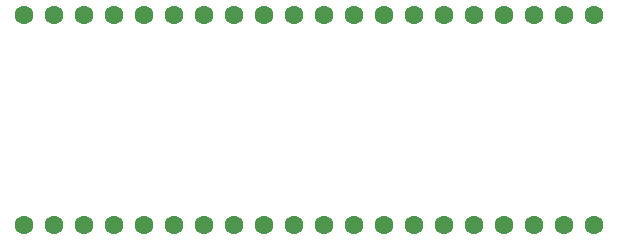
<source format=gbr>
%TF.GenerationSoftware,KiCad,Pcbnew,7.0.8*%
%TF.CreationDate,2023-12-14T11:27:17-05:00*%
%TF.ProjectId,led_test,6c65645f-7465-4737-942e-6b696361645f,rev?*%
%TF.SameCoordinates,Original*%
%TF.FileFunction,Copper,L2,Bot*%
%TF.FilePolarity,Positive*%
%FSLAX46Y46*%
G04 Gerber Fmt 4.6, Leading zero omitted, Abs format (unit mm)*
G04 Created by KiCad (PCBNEW 7.0.8) date 2023-12-14 11:27:17*
%MOMM*%
%LPD*%
G01*
G04 APERTURE LIST*
%TA.AperFunction,ComponentPad*%
%ADD10C,1.600000*%
%TD*%
G04 APERTURE END LIST*
D10*
%TO.P,M1,40,VBUS*%
%TO.N,unconnected-(M1-VBUS-Pad40)*%
X122580000Y-133780000D03*
%TO.P,M1,39,VSYS*%
%TO.N,VSYS*%
X120040000Y-133780000D03*
%TO.P,M1,38,GND*%
%TO.N,PWR_GND*%
X117500000Y-133780000D03*
%TO.P,M1,37,3V3_EN*%
%TO.N,unconnected-(M1-3V3_EN-Pad37)*%
X114960000Y-133780000D03*
%TO.P,M1,36,3V3_OUT*%
%TO.N,PWR_3V3*%
X112420000Y-133780000D03*
%TO.P,M1,35,ADC_VREF*%
%TO.N,unconnected-(M1-ADC_VREF-Pad35)*%
X109880000Y-133780000D03*
%TO.P,M1,34,GP28*%
%TO.N,IN*%
X107340000Y-133780000D03*
%TO.P,M1,33,GND*%
%TO.N,PWR_GND*%
X104800000Y-133780000D03*
%TO.P,M1,32,GP27*%
%TO.N,ENC1_A*%
X102260000Y-133780000D03*
%TO.P,M1,31,GP26*%
%TO.N,ENC1_B*%
X99720000Y-133780000D03*
%TO.P,M1,30,RUN*%
%TO.N,unconnected-(M1-RUN-Pad30)*%
X97180000Y-133780000D03*
%TO.P,M1,29,GP22*%
%TO.N,unconnected-(M1-GP22-Pad29)*%
X94640000Y-133780000D03*
%TO.P,M1,28,GND*%
%TO.N,PWR_GND*%
X92100000Y-133780000D03*
%TO.P,M1,27,GP21*%
%TO.N,BTN_IN*%
X89560000Y-133780000D03*
%TO.P,M1,26,GP20*%
%TO.N,unconnected-(M1-GP20-Pad26)*%
X87020000Y-133780000D03*
%TO.P,M1,25,GP19*%
%TO.N,unconnected-(M1-GP19-Pad25)*%
X84480000Y-133780000D03*
%TO.P,M1,24,GP18*%
%TO.N,BTN_PLAY*%
X81940000Y-133780000D03*
%TO.P,M1,23,GND*%
%TO.N,PWR_GND*%
X79400000Y-133780000D03*
%TO.P,M1,22,GP17*%
%TO.N,ENC2_B*%
X76860000Y-133780000D03*
%TO.P,M1,21,GP16*%
%TO.N,ENC2_A*%
X74320000Y-133780000D03*
%TO.P,M1,20,GP15*%
%TO.N,LED DIN*%
X74320000Y-116000000D03*
%TO.P,M1,19,GP14*%
%TO.N,OUT_MIDI*%
X76860000Y-116000000D03*
%TO.P,M1,18,GND*%
%TO.N,PWR_GND*%
X79400000Y-116000000D03*
%TO.P,M1,17,GP13*%
%TO.N,OUT_C1*%
X81940000Y-116000000D03*
%TO.P,M1,16,GP12*%
%TO.N,OUT_C2*%
X84480000Y-116000000D03*
%TO.P,M1,15,GP11*%
%TO.N,OUT_C3*%
X87020000Y-116000000D03*
%TO.P,M1,14,GP10*%
%TO.N,OUT_C4*%
X89560000Y-116000000D03*
%TO.P,M1,13,GND*%
%TO.N,PWR_GND*%
X92100000Y-116000000D03*
%TO.P,M1,12,GP9*%
%TO.N,OUT_C5*%
X94640000Y-116000000D03*
%TO.P,M1,11,GP8*%
%TO.N,OUT_C6*%
X97180000Y-116000000D03*
%TO.P,M1,10,GP7*%
%TO.N,IN_SWTCH*%
X99720000Y-116000000D03*
%TO.P,M1,9,GP6*%
%TO.N,ENC2_BTN*%
X102260000Y-116000000D03*
%TO.P,M1,8,GND*%
%TO.N,PWR_GND*%
X104800000Y-116000000D03*
%TO.P,M1,7,GP5*%
%TO.N,BTN_C1*%
X107340000Y-116000000D03*
%TO.P,M1,6,GP4*%
%TO.N,BTN_C2*%
X109880000Y-116000000D03*
%TO.P,M1,5,GP3*%
%TO.N,BTN_C3*%
X112420000Y-116000000D03*
%TO.P,M1,4,GP2*%
%TO.N,BTN_C4*%
X114960000Y-116000000D03*
%TO.P,M1,3,GND*%
%TO.N,PWR_GND*%
X117500000Y-116000000D03*
%TO.P,M1,2,GP1*%
%TO.N,BTN_C5*%
X120040000Y-116000000D03*
%TO.P,M1,1,GP0*%
%TO.N,BTN_C6*%
X122580000Y-116000000D03*
%TD*%
M02*

</source>
